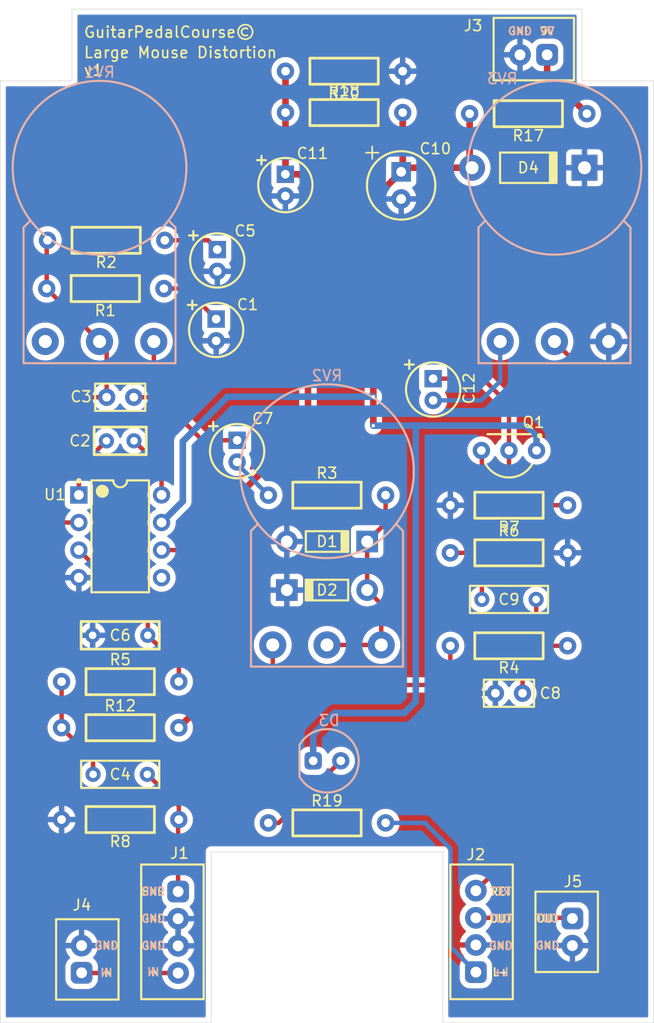
<source format=kicad_pcb>
(kicad_pcb (version 20241229) (generator "pcbnew") (generator_version "9.0")
  (layers (0 "F.Cu" signal) (2 "B.Cu" signal) (13 "F.Paste" user) (15 "B.Paste" user) (5 "F.SilkS" user "F.Silkscreen") (7 "B.SilkS" user "B.Silkscreen") (1 "F.Mask" user) (3 "B.Mask" user) (25 "Edge.Cuts" user))
  (net 0 "")
  (net 1 "Net-(C1-Pad1)")
  (net 2 "Net-(D1-A)")
  (net 3 "/SEND")
  (net 4 "Net-(C4-Pad2)")
  (net 5 "Net-(C5-Pad1)")
  (net 6 "Net-(C7-Pad2)")
  (net 7 "GND")
  (net 8 "/RETURN")
  (net 9 "+VA")
  (net 10 "VREF")
  (net 11 "Net-(D3-K)")
  (net 12 "/IN")
  (net 13 "/LED+")
  (net 14 "/OUT")
  (net 15 "Net-(J3-Pad1)")
  (net 17 "Net-(U1-COMP2)")
  (net 18 "Net-(U1-COMP1)")
  (net 19 "Net-(U1--)")
  (net 20 "Net-(C3-Pad2)")
  (net 21 "Net-(U1-+)")
  (net 22 "Net-(C8-Pad1)")
  (net 23 "Net-(Q1-G)")
  (net 24 "Net-(Q1-S)")
  (net 25 "Net-(C12-Pad2)")
  (net 26 "Net-(R4-Pad2)")
  (footprint "Wampler:RESISTOR_1_4W" (layer "F.Cu") (at 48.768 -109.1184 180)
    (property "Reference" "R17" (at 0 -2.027 180) (layer "F.SilkS"))
    (property "Value" "10R")
    (fp_line (start 3.15 1.2) (end 3.15 -1.2) (stroke (width 0.254)) (layer "F.SilkS"))
    (fp_line (start -3.15 1.2) (end 3.15 1.2) (stroke (width 0.254)) (layer "F.SilkS"))
    (fp_line (start -3.15 1.2) (end -3.15 -1.2) (stroke (width 0.254)) (layer "F.SilkS"))
    (fp_line (start -3.15 -1.2) (end 3.15 -1.2) (stroke (width 0.254)) (layer "F.SilkS"))
    (pad "1" thru_hole circle (at -5.4 0 180) (size 1.6 1.6) (drill 0.8) (layers "*.Cu" "*.Mask") (net 15 "Net-(J3-Pad1)"))
    (pad "2" thru_hole circle (at 5.4 0 180) (size 1.6 1.6) (drill 0.8) (layers "*.Cu" "*.Mask") (net 9 "+VA"))
  )
  (footprint "Wampler:RESISTOR_1_4W" (layer "F.Cu") (at 46.99 -68.6816)
    (property "Reference" "R6" (at 0 -2.027 0) (layer "F.SilkS"))
    (property "Value" "1M")
    (fp_line (start -3.15 -1.2) (end 3.15 -1.2) (stroke (width 0.254)) (layer "F.SilkS"))
    (fp_line (start -3.15 1.2) (end -3.15 -1.2) (stroke (width 0.254)) (layer "F.SilkS"))
    (fp_line (start -3.15 1.2) (end 3.15 1.2) (stroke (width 0.254)) (layer "F.SilkS"))
    (fp_line (start 3.15 1.2) (end 3.15 -1.2) (stroke (width 0.254)) (layer "F.SilkS"))
    (pad "1" thru_hole circle (at -5.4 0) (size 1.6 1.6) (drill 0.8) (layers "*.Cu" "*.Mask") (net 23 "Net-(Q1-G)"))
    (pad "2" thru_hole circle (at 5.4 0) (size 1.6 1.6) (drill 0.8) (layers "*.Cu" "*.Mask") (net 7 "GND"))
  )
  (footprint "Wampler:DIODE_1N4148" (layer "F.Cu") (at 30.226 -65.2526 180)
    (property "Reference" "D2" (at 0 0 0) (layer "F.SilkS"))
    (property "Value" "1N4148")
    (fp_line (start -1.95 0.95) (end 1.95 0.95) (stroke (width 0.2)) (layer "F.SilkS"))
    (fp_line (start -1.95 0.95) (end -1.95 -0.95) (stroke (width 0.2)) (layer "F.SilkS"))
    (fp_line (start -1.95 -0.95) (end 1.95 -0.95) (stroke (width 0.2)) (layer "F.SilkS"))
    (fp_rect (start 1.25 0.95) (end 2.05 -0.95) (fill yes) (layer "F.SilkS"))
    (pad "1" thru_hole circle (at -3.7 0 180) (size 2 2) (drill 1.1) (layers "*.Cu" "*.Mask") (net 2 "Net-(D1-A)"))
    (pad "2" thru_hole rect (at 3.7 0 180) (size 2 2) (drill 1.1) (layers "*.Cu" "*.Mask") (net 7 "GND"))
  )
  (footprint "Wampler:CONNECTOR_4" (layer "F.Cu") (at 16.51 -33.782 -90)
    (property "Reference" "J1" (at -7.239 -0.127 180) (layer "F.SilkS"))
    (property "Value" "~")
    (fp_line (start -6.2 3.4) (end 6.2 3.4) (stroke (width 0.2)) (layer "F.SilkS"))
    (fp_line (start -6.2 3.4) (end -6.2 -2.3) (stroke (width 0.2)) (layer "F.SilkS"))
    (fp_line (start 6.2 3.4) (end 6.2 -2.35) (stroke (width 0.2)) (layer "F.SilkS"))
    (fp_line (start -6.2 -2.35) (end 6.2 -2.35) (stroke (width 0.2)) (layer "F.SilkS"))
    (pad "1" thru_hole roundrect (at -3.71 0 270) (size 2 2) (drill 1) (layers "*.Cu" "*.Mask") (net 3 "/SEND"))
    (pad "2" thru_hole circle (at -1.21 0 270) (size 2 2) (drill 1) (layers "*.Cu" "*.Mask") (net 7 "GND"))
    (pad "3" thru_hole circle (at 1.29 0 270) (size 2 2) (drill 1) (layers "*.Cu" "*.Mask") (net 7 "GND"))
    (pad "4" thru_hole circle (at 3.79 0 270) (size 2 2) (drill 1) (layers "*.Cu" "*.Mask") (net 12 "/IN"))
  )
  (footprint "Wampler:RESISTOR_1_4W" (layer "F.Cu") (at 31.8008 -109.22)
    (property "Reference" "R18" (at 0 -2.027 0) (layer "F.SilkS"))
    (property "Value" "100k")
    (fp_line (start -3.15 -1.2) (end 3.15 -1.2) (stroke (width 0.254)) (layer "F.SilkS"))
    (fp_line (start -3.15 1.2) (end -3.15 -1.2) (stroke (width 0.254)) (layer "F.SilkS"))
    (fp_line (start -3.15 1.2) (end 3.15 1.2) (stroke (width 0.254)) (layer "F.SilkS"))
    (fp_line (start 3.15 1.2) (end 3.15 -1.2) (stroke (width 0.254)) (layer "F.SilkS"))
    (pad "1" thru_hole circle (at -5.4 0) (size 1.6 1.6) (drill 0.8) (layers "*.Cu" "*.Mask") (net 10 "VREF"))
    (pad "2" thru_hole circle (at 5.4 0) (size 1.6 1.6) (drill 0.8) (layers "*.Cu" "*.Mask") (net 9 "+VA"))
  )
  (footprint "Wampler:RESISTOR_1_4W" (layer "F.Cu") (at 30.226 -43.815)
    (property "Reference" "R19" (at 0 -2.027 0) (layer "F.SilkS"))
    (property "Value" "1k")
    (fp_line (start -3.15 -1.2) (end 3.15 -1.2) (stroke (width 0.254)) (layer "F.SilkS"))
    (fp_line (start -3.15 1.2) (end -3.15 -1.2) (stroke (width 0.254)) (layer "F.SilkS"))
    (fp_line (start -3.15 1.2) (end 3.15 1.2) (stroke (width 0.254)) (layer "F.SilkS"))
    (fp_line (start 3.15 1.2) (end 3.15 -1.2) (stroke (width 0.254)) (layer "F.SilkS"))
    (pad "1" thru_hole circle (at -5.4 0) (size 1.6 1.6) (drill 0.8) (layers "*.Cu" "*.Mask") (net 11 "Net-(D3-K)"))
    (pad "2" thru_hole circle (at 5.4 0) (size 1.6 1.6) (drill 0.8) (layers "*.Cu" "*.Mask") (net 13 "/LED+"))
  )
  (footprint "Wampler:OP_AMP" (layer "F.Cu") (at 11.176 -70.2014)
    (property "Reference" "U1" (at -6.0198 -3.8396 0) (layer "F.SilkS"))
    (property "Value" "LM308")
    (fp_line (start -2.65 -5.15) (end -0.635 -5.15) (stroke (width 0.2)) (layer "F.SilkS"))
    (fp_line (start -2.65 5.15) (end -2.65 -5.15) (stroke (width 0.2)) (layer "F.SilkS"))
    (fp_line (start -2.65 5.15) (end 2.65 5.15) (stroke (width 0.2)) (layer "F.SilkS"))
    (fp_line (start 0.635 -5.15) (end 2.65 -5.15) (stroke (width 0.2)) (layer "F.SilkS"))
    (fp_line (start 2.65 5.15) (end 2.65 -5.15) (stroke (width 0.2)) (layer "F.SilkS"))
    (fp_arc (start 0.635 -5.15) (mid 0 -4.515) (end -0.635 -5.15) (stroke (width 0.2)) (layer "F.SilkS"))
    (fp_circle (center -3.81 -5.11) (end -3.81 -5.235) (stroke (width 0.25)) (fill no) (layer "F.SilkS"))
    (fp_circle (center -1.65 -4.15) (end -1.65 -4.45) (stroke (width 0.6)) (fill no) (layer "F.SilkS"))
    (pad "1" thru_hole rect (at -3.81 -3.81) (size 1.6 1.6) (drill 0.9) (layers "*.Cu" "*.Mask") (net 18 "Net-(U1-COMP1)"))
    (pad "2" thru_hole circle (at -3.81 -1.27) (size 1.6 1.6) (drill 0.9) (layers "*.Cu" "*.Mask") (net 19 "Net-(U1--)"))
    (pad "3" thru_hole circle (at -3.81 1.27) (size 1.6 1.6) (drill 0.9) (layers "*.Cu" "*.Mask") (net 21 "Net-(U1-+)"))
    (pad "4" thru_hole circle (at -3.81 3.81) (size 1.6 1.6) (drill 0.9) (layers "*.Cu" "*.Mask") (net 7 "GND"))
    (pad "5" thru_hole circle (at 3.81 3.81) (size 1.6 1.6) (drill 0.9) (layers "*.Cu" "*.Mask"))
    (pad "6" thru_hole circle (at 3.81 1.27) (size 1.6 1.6) (drill 0.9) (layers "*.Cu" "*.Mask") (net 20 "Net-(C3-Pad2)"))
    (pad "7" thru_hole circle (at 3.81 -1.27) (size 1.6 1.6) (drill 0.9) (layers "*.Cu" "*.Mask") (net 9 "+VA"))
    (pad "8" thru_hole circle (at 3.81 -3.81) (size 1.6 1.6) (drill 0.9) (layers "*.Cu" "*.Mask") (net 17 "Net-(U1-COMP2)"))
  )
  (footprint "Wampler:CAP_ELEC_4.7UF" (layer "F.Cu") (at 20.0152 -89.2048 -90)
    (property "Reference" "C1" (at -2.3368 -2.8956 0) (layer "F.SilkS"))
    (property "Value" "4.7u 35V")
    (fp_line (start -2.3 2.6) (end -2.3 1.8) (stroke (width 0.2)) (layer "F.SilkS"))
    (fp_line (start -2.7 2.2) (end -1.9 2.2) (stroke (width 0.2)) (layer "F.SilkS"))
    (fp_circle (center 0 0) (end 0 -2.5) (stroke (width 0.2)) (fill no) (layer "F.SilkS"))
    (pad "1" thru_hole rect (at -1 0 270) (size 1.6 1.6) (drill 0.8) (layers "*.Cu" "*.Mask") (net 1 "Net-(C1-Pad1)"))
    (pad "2" thru_hole circle (at 1 0 270) (size 1.6 1.6) (drill 0.8) (layers "*.Cu" "*.Mask") (net 7 "GND"))
  )
  (footprint "Wampler:CAP_ELEC_100UF" (layer "F.Cu") (at 37.0586 -102.5144 -90)
    (property "Reference" "C10" (at -3.3782 -3.15 180) (layer "F.SilkS"))
    (property "Value" "100u 35V")
    (fp_circle (center 0 0) (end 0 -3.15) (stroke (width 0.2)) (fill no) (layer "F.SilkS"))
    (fp_text user "+" (at -4.0386 3.429 270) (layer "F.SilkS") (effects (font (size 1.5 1.5)) (justify left bottom)))
    (pad "1" thru_hole rect (at -1.25 0 270) (size 1.8 1.8) (drill 0.9) (layers "*.Cu" "*.Mask") (net 9 "+VA"))
    (pad "2" thru_hole circle (at 1.25 0 270) (size 1.8 1.8) (drill 0.9) (layers "*.Cu" "*.Mask") (net 7 "GND"))
  )
  (footprint "Wampler:RESISTOR_1_4W" (layer "F.Cu") (at 31.8008 -113.03 180)
    (property "Reference" "R20" (at 0 -2.027 180) (layer "F.SilkS"))
    (property "Value" "100k")
    (fp_line (start 3.15 1.2) (end 3.15 -1.2) (stroke (width 0.254)) (layer "F.SilkS"))
    (fp_line (start -3.15 1.2) (end 3.15 1.2) (stroke (width 0.254)) (layer "F.SilkS"))
    (fp_line (start -3.15 1.2) (end -3.15 -1.2) (stroke (width 0.254)) (layer "F.SilkS"))
    (fp_line (start -3.15 -1.2) (end 3.15 -1.2) (stroke (width 0.254)) (layer "F.SilkS"))
    (pad "1" thru_hole circle (at -5.4 0 180) (size 1.6 1.6) (drill 0.8) (layers "*.Cu" "*.Mask") (net 7 "GND"))
    (pad "2" thru_hole circle (at 5.4 0 180) (size 1.6 1.6) (drill 0.8) (layers "*.Cu" "*.Mask") (net 10 "VREF"))
  )
  (footprint "Wampler:CAP_ELEC_2.2UF" (layer "F.Cu") (at 20.1168 -95.6056 -90)
    (property "Reference" "C5" (at -2.7178 -2.5654 0) (layer "F.SilkS"))
    (property "Value" "2.2u 35V")
    (fp_line (start -2.3 2.6) (end -2.3 1.8) (stroke (width 0.2)) (layer "F.SilkS"))
    (fp_line (start -2.7 2.2) (end -1.9 2.2) (stroke (width 0.2)) (layer "F.SilkS"))
    (fp_circle (center 0 0) (end 0 -2.5) (stroke (width 0.2)) (fill no) (layer "F.SilkS"))
    (pad "1" thru_hole rect (at -1 0 270) (size 1.6 1.6) (drill 0.8) (layers "*.Cu" "*.Mask") (net 5 "Net-(C5-Pad1)"))
    (pad "2" thru_hole circle (at 1 0 270) (size 1.6 1.6) (drill 0.8) (layers "*.Cu" "*.Mask") (net 7 "GND"))
  )
  (footprint "Wampler:CAP_MLCC_1NF" (layer "F.Cu") (at 11.176 -61.087 -90)
    (property "Reference" "C6" (at 0 0 180) (layer "F.SilkS"))
    (property "Value" "1n")
    (fp_line (start -1.27 3.6) (end 1.27 3.6) (stroke (width 0.254)) (layer "F.SilkS"))
    (fp_line (start -1.27 3.6) (end -1.27 -3.6) (stroke (width 0.254)) (layer "F.SilkS"))
    (fp_line (start 1.27 3.6) (end 1.27 -3.6) (stroke (width 0.254)) (layer "F.SilkS"))
    (fp_line (start -1.27 -3.6) (end 1.27 -3.6) (stroke (width 0.254)) (layer "F.SilkS"))
    (pad "1" thru_hole circle (at 0 -2.54 270) (size 1.4 1.4) (drill 0.7) (layers "*.Cu" "*.Mask") (net 21 "Net-(U1-+)"))
    (pad "2" thru_hole circle (at 0 2.54 270) (size 1.4 1.4) (drill 0.7) (layers "*.Cu" "*.Mask") (net 7 "GND"))
  )
  (footprint "Wampler:DIODE_1N4148" (layer "F.Cu") (at 30.226 -69.723)
    (property "Reference" "D1" (at 0 0 0) (layer "F.SilkS"))
    (property "Value" "1N4148")
    (fp_line (start -1.95 -0.95) (end 1.95 -0.95) (stroke (width 0.2)) (layer "F.SilkS"))
    (fp_line (start -1.95 0.95) (end -1.95 -0.95) (stroke (width 0.2)) (layer "F.SilkS"))
    (fp_line (start -1.95 0.95) (end 1.95 0.95) (stroke (width 0.2)) (layer "F.SilkS"))
    (fp_rect (start 1.25 0.95) (end 2.05 -0.95) (fill yes) (layer "F.SilkS"))
    (pad "1" thru_hole circle (at -3.7 0) (size 2 2) (drill 1.1) (layers "*.Cu" "*.Mask") (net 7 "GND"))
    (pad "2" thru_hole rect (at 3.7 0) (size 2 2) (drill 1.1) (layers "*.Cu" "*.Mask") (net 2 "Net-(D1-A)"))
  )
  (footprint "Wampler:RESISTOR_1_4W" (layer "F.Cu") (at 9.8044 -93.0148 180)
    (property "Reference" "R1" (at 0 -2.027 180) (layer "F.SilkS"))
    (property "Value" "560R")
    (fp_line (start 3.15 1.2) (end 3.15 -1.2) (stroke (width 0.254)) (layer "F.SilkS"))
    (fp_line (start -3.15 1.2) (end 3.15 1.2) (stroke (width 0.254)) (layer "F.SilkS"))
    (fp_line (start -3.15 1.2) (end -3.15 -1.2) (stroke (width 0.254)) (layer "F.SilkS"))
    (fp_line (start -3.15 -1.2) (end 3.15 -1.2) (stroke (width 0.254)) (layer "F.SilkS"))
    (pad "1" thru_hole circle (at -5.4 0 180) (size 1.6 1.6) (drill 0.8) (layers "*.Cu" "*.Mask") (net 1 "Net-(C1-Pad1)"))
    (pad "2" thru_hole circle (at 5.4 0 180) (size 1.6 1.6) (drill 0.8) (layers "*.Cu" "*.Mask") (net 19 "Net-(U1--)"))
  )
  (footprint "Wampler:RESISTOR_1_4W" (layer "F.Cu") (at 46.99 -73.06499 180)
    (property "Reference" "R7" (at 0 -2.027 180) (layer "F.SilkS"))
    (property "Value" "10k")
    (fp_line (start 3.15 1.2) (end 3.15 -1.2) (stroke (width 0.254)) (layer "F.SilkS"))
    (fp_line (start -3.15 1.2) (end 3.15 1.2) (stroke (width 0.254)) (layer "F.SilkS"))
    (fp_line (start -3.15 1.2) (end -3.15 -1.2) (stroke (width 0.254)) (layer "F.SilkS"))
    (fp_line (start -3.15 -1.2) (end 3.15 -1.2) (stroke (width 0.254)) (layer "F.SilkS"))
    (pad "1" thru_hole circle (at -5.4 0 180) (size 1.6 1.6) (drill 0.8) (layers "*.Cu" "*.Mask") (net 24 "Net-(Q1-S)"))
    (pad "2" thru_hole circle (at 5.4 0 180) (size 1.6 1.6) (drill 0.8) (layers "*.Cu" "*.Mask") (net 7 "GND"))
  )
  (footprint "Wampler:RESISTOR_1_4W" (layer "F.Cu") (at 9.8806 -97.4598 180)
    (property "Reference" "R2" (at 0 -2.027 180) (layer "F.SilkS"))
    (property "Value" "47R")
    (fp_line (start 3.15 1.2) (end 3.15 -1.2) (stroke (width 0.254)) (layer "F.SilkS"))
    (fp_line (start -3.15 1.2) (end 3.15 1.2) (stroke (width 0.254)) (layer "F.SilkS"))
    (fp_line (start -3.15 1.2) (end -3.15 -1.2) (stroke (width 0.254)) (layer "F.SilkS"))
    (fp_line (start -3.15 -1.2) (end 3.15 -1.2) (stroke (width 0.254)) (layer "F.SilkS"))
    (pad "1" thru_hole circle (at -5.4 0 180) (size 1.6 1.6) (drill 0.8) (layers "*.Cu" "*.Mask") (net 5 "Net-(C5-Pad1)"))
    (pad "2" thru_hole circle (at 5.4 0 180) (size 1.6 1.6) (drill 0.8) (layers "*.Cu" "*.Mask") (net 19 "Net-(U1--)"))
  )
  (footprint "Wampler:CAP_FILM_22NF" (layer "F.Cu") (at 11.176 -48.2854 -90)
    (property "Reference" "C4" (at 0 0 180) (layer "F.SilkS"))
    (property "Value" "22n")
    (fp_line (start -1.25 3.6) (end 1.25 3.6) (stroke (width 0.2)) (layer "F.SilkS"))
    (fp_line (start -1.25 3.6) (end -1.25 -3.6) (stroke (width 0.2)) (layer "F.SilkS"))
    (fp_line (start 1.25 3.6) (end 1.25 -3.6) (stroke (width 0.2)) (layer "F.SilkS"))
    (fp_line (start -1.25 -3.6) (end 1.25 -3.6) (stroke (width 0.2)) (layer "F.SilkS"))
    (pad "1" thru_hole circle (at 0 -2.5 270) (size 1.4 1.4) (drill 0.7) (layers "*.Cu" "*.Mask") (net 3 "/SEND"))
    (pad "2" thru_hole circle (at 0 2.5 270) (size 1.4 1.4) (drill 0.7) (layers "*.Cu" "*.Mask") (net 4 "Net-(C4-Pad2)"))
  )
  (footprint "Wampler:RESISTOR_1_4W" (layer "F.Cu") (at 11.176 -44.1198 180)
    (property "Reference" "R8" (at 0 -2.027 180) (layer "F.SilkS"))
    (property "Value" "1M")
    (fp_line (start 3.15 1.2) (end 3.15 -1.2) (stroke (width 0.254)) (layer "F.SilkS"))
    (fp_line (start -3.15 1.2) (end 3.15 1.2) (stroke (width 0.254)) (layer "F.SilkS"))
    (fp_line (start -3.15 1.2) (end -3.15 -1.2) (stroke (width 0.254)) (layer "F.SilkS"))
    (fp_line (start -3.15 -1.2) (end 3.15 -1.2) (stroke (width 0.254)) (layer "F.SilkS"))
    (pad "1" thru_hole circle (at -5.4 0 180) (size 1.6 1.6) (drill 0.8) (layers "*.Cu" "*.Mask") (net 3 "/SEND"))
    (pad "2" thru_hole circle (at 5.4 0 180) (size 1.6 1.6) (drill 0.8) (layers "*.Cu" "*.Mask") (net 7 "GND"))
  )
  (footprint "Wampler:RESISTOR_1_4W" (layer "F.Cu") (at 11.176 -52.578)
    (property "Reference" "R12" (at 0 -2.027 0) (layer "F.SilkS"))
    (property "Value" "1M")
    (fp_line (start -3.15 -1.2) (end 3.15 -1.2) (stroke (width 0.254)) (layer "F.SilkS"))
    (fp_line (start -3.15 1.2) (end -3.15 -1.2) (stroke (width 0.254)) (layer "F.SilkS"))
    (fp_line (start -3.15 1.2) (end 3.15 1.2) (stroke (width 0.254)) (layer "F.SilkS"))
    (fp_line (start 3.15 1.2) (end 3.15 -1.2) (stroke (width 0.254)) (layer "F.SilkS"))
    (pad "1" thru_hole circle (at -5.4 0) (size 1.6 1.6) (drill 0.8) (layers "*.Cu" "*.Mask") (net 4 "Net-(C4-Pad2)"))
    (pad "2" thru_hole circle (at 5.4 0) (size 1.6 1.6) (drill 0.8) (layers "*.Cu" "*.Mask") (net 10 "VREF"))
  )
  (footprint "Wampler:CAP_MLCC_3.3NF" (layer "F.Cu") (at 46.99 -55.753 -90)
    (property "Reference" "C8" (at 0.000005 -3.81 180) (layer "F.SilkS"))
    (property "Value" "3.3n")
    (fp_line (start -1.25 2.31) (end 1.25001 2.31) (stroke (width 0.2)) (layer "F.SilkS"))
    (fp_line (start -1.25 2.31) (end -1.25 -2.31) (stroke (width 0.2)) (layer "F.SilkS"))
    (fp_line (start 1.25 2.31) (end 1.25 -2.31) (stroke (width 0.2)) (layer "F.SilkS"))
    (fp_line (start -1.25 -2.31) (end 1.25 -2.31) (stroke (width 0.2)) (layer "F.SilkS"))
    (pad "1" thru_hole circle (at 0 -1.25 270) (size 1.6 1.6) (drill 0.8) (layers "*.Cu" "*.Mask") (net 22 "Net-(C8-Pad1)"))
    (pad "2" thru_hole circle (at 0 1.25 270) (size 1.6 1.6) (drill 0.8) (layers "*.Cu" "*.Mask") (net 7 "GND"))
  )
  (footprint "Wampler:RESISTOR_1_4W" (layer "F.Cu") (at 30.226 -73.9902)
    (property "Reference" "R3" (at 0 -2.027 0) (layer "F.SilkS"))
    (property "Value" "1k")
    (fp_line (start -3.15 -1.2) (end 3.15 -1.2) (stroke (width 0.254)) (layer "F.SilkS"))
    (fp_line (start -3.15 1.2) (end -3.15 -1.2) (stroke (width 0.254)) (layer "F.SilkS"))
    (fp_line (start -3.15 1.2) (end 3.15 1.2) (stroke (width 0.254)) (layer "F.SilkS"))
    (fp_line (start 3.15 1.2) (end 3.15 -1.2) (stroke (width 0.254)) (layer "F.SilkS"))
    (pad "1" thru_hole circle (at -5.4 0) (size 1.6 1.6) (drill 0.8) (layers "*.Cu" "*.Mask") (net 6 "Net-(C7-Pad2)"))
    (pad "2" thru_hole circle (at 5.4 0) (size 1.6 1.6) (drill 0.8) (layers "*.Cu" "*.Mask") (net 2 "Net-(D1-A)"))
  )
  (footprint "Wampler:CONNECTOR_4" (layer "F.Cu") (at 43.942 -33.782 90)
    (property "Reference" "J2" (at 7.112 0 180) (layer "F.SilkS"))
    (property "Value" "~")
    (fp_line (start -6.2 -2.35) (end 6.2 -2.35) (stroke (width 0.2)) (layer "F.SilkS"))
    (fp_line (start 6.2 3.4) (end 6.2 -2.35) (stroke (width 0.2)) (layer "F.SilkS"))
    (fp_line (start -6.2 3.4) (end -6.2 -2.3) (stroke (width 0.2)) (layer "F.SilkS"))
    (fp_line (start -6.2 3.4) (end 6.2 3.4) (stroke (width 0.2)) (layer "F.SilkS"))
    (pad "1" thru_hole roundrect (at -3.71 0 90) (size 2 2) (drill 1) (layers "*.Cu" "*.Mask") (net 13 "/LED+"))
    (pad "2" thru_hole circle (at -1.21 0 90) (size 2 2) (drill 1) (layers "*.Cu" "*.Mask") (net 7 "GND"))
    (pad "3" thru_hole circle (at 1.29 0 90) (size 2 2) (drill 1) (layers "*.Cu" "*.Mask") (net 14 "/OUT"))
    (pad "4" thru_hole circle (at 3.79 0 90) (size 2 2) (drill 1) (layers "*.Cu" "*.Mask") (net 8 "/RETURN"))
  )
  (footprint "Wampler:CONNECTOR_2" (layer "F.Cu") (at 52.832 -33.782 -90)
    (property "Reference" "J5" (at -4.6228 -0.0508 180) (layer "F.SilkS"))
    (property "Value" "~")
    (fp_line (start -3.7 3.4) (end 3.7 3.4) (stroke (width 0.2)) (layer "F.SilkS"))
    (fp_line (start -3.7 3.4) (end -3.7 -2.35) (stroke (width 0.2)) (layer "F.SilkS"))
    (fp_line (start 3.7 3.4) (end 3.7 -2.35) (stroke (width 0.2)) (layer "F.SilkS"))
    (fp_line (start -3.7 -2.35) (end 3.7 -2.35) (stroke (width 0.2)) (layer "F.SilkS"))
    (pad "1" thru_hole roundrect (at -1.23 0 270) (size 2 2) (drill 1) (layers "*.Cu" "*.Mask") (net 14 "/OUT"))
    (pad "2" thru_hole circle (at 1.27 0 270) (size 2 2) (drill 1) (layers "*.Cu" "*.Mask") (net 7 "GND"))
  )
  (footprint "Wampler:RESISTOR_1_4W" (layer "F.Cu") (at 46.99 -60.1218 180)
    (property "Reference" "R4" (at 0 -2.027 180) (layer "F.SilkS"))
    (property "Value" "1.5k")
    (fp_line (start 3.15 1.2) (end 3.15 -1.2) (stroke (width 0.254)) (layer "F.SilkS"))
    (fp_line (start -3.15 1.2) (end 3.15 1.2) (stroke (width 0.254)) (layer "F.SilkS"))
    (fp_line (start -3.15 1.2) (end -3.15 -1.2) (stroke (width 0.254)) (layer "F.SilkS"))
    (fp_line (start -3.15 -1.2) (end 3.15 -1.2) (stroke (width 0.254)) (layer "F.SilkS"))
    (pad "1" thru_hole circle (at -5.4 0 180) (size 1.6 1.6) (drill 0.8) (layers "*.Cu" "*.Mask") (net 22 "Net-(C8-Pad1)"))
    (pad "2" thru_hole circle (at 5.4 0 180) (size 1.6 1.6) (drill 0.8) (layers "*.Cu" "*.Mask") (net 26 "Net-(R4-Pad2)"))
  )
  (footprint "Wampler:DIODE_1N4001" (layer "F.Cu") (at 48.768 -104.14)
    (property "Reference" "D4" (at 0 0 0) (layer "F.SilkS"))
    (property "Value" "1N4001")
    (fp_line (start -2.6 -1.4) (end 2.6 -1.4) (stroke (width 0.2)) (layer "F.SilkS"))
    (fp_line (start -2.6 1.4) (end -2.6 -1.4) (stroke (width 0.2)) (layer "F.SilkS"))
    (fp_line (start -2.6 1.4) (end 2.6 1.4) (stroke (width 0.2)) (layer "F.SilkS"))
    (fp_rect (start 1.9 1.4) (end 2.7 -1.4) (fill yes) (layer "F.SilkS"))
    (pad "1" thru_hole circle (at -5.18 0) (size 2.4 2.4) (drill 1.2) (layers "*.Cu" "*.Mask") (net 9 "+VA"))
    (pad "2" thru_hole rect (at 5.18 0) (size 2.4 2.4) (drill 1.2) (layers "*.Cu" "*.Mask") (net 7 "GND"))
  )
  (footprint "Wampler:CAP_ELEC_4.7UF" (layer "F.Cu") (at 21.9456 -78.0448 -90)
    (property "Reference" "C7" (at -2.9972 -2.3622 180) (layer "F.SilkS"))
    (property "Value" "4.7u 35V")
    (fp_line (start -2.3 2.6) (end -2.3 1.8) (stroke (width 0.2)) (layer "F.SilkS"))
    (fp_line (start -2.7 2.2) (end -1.9 2.2) (stroke (width 0.2)) (layer "F.SilkS"))
    (fp_circle (center 0 0) (end 0 -2.5) (stroke (width 0.2)) (fill no) (layer "F.SilkS"))
    (pad "1" thru_hole rect (at -1 0 270) (size 1.6 1.6) (drill 0.8) (layers "*.Cu" "*.Mask") (net 20 "Net-(C3-Pad2)"))
    (pad "2" thru_hole circle (at 1 0 270) (size 1.6 1.6) (drill 0.8) (layers "*.Cu" "*.Mask") (net 6 "Net-(C7-Pad2)"))
  )
  (footprint "Wampler:CAP_ELEC_1UF" (layer "F.Cu") (at 40.005 -83.7184 -90)
    (property "Reference" "C12" (at -0.1 -3.3 90) (layer "F.SilkS"))
    (property "Value" "1u 35V")
    (fp_line (start -2.3 2.6) (end -2.3 1.8) (stroke (width 0.2)) (layer "F.SilkS"))
    (fp_line (start -2.7 2.2) (end -1.9 2.2) (stroke (width 0.2)) (layer "F.SilkS"))
    (fp_circle (center 0 0) (end 0 -2.5) (stroke (width 0.2)) (fill no) (layer "F.SilkS"))
    (pad "1" thru_hole rect (at -1 0 270) (size 1.6 1.6) (drill 0.8) (layers "*.Cu" "*.Mask") (net 24 "Net-(Q1-S)"))
    (pad "2" thru_hole circle (at 1 0 270) (size 1.6 1.6) (drill 0.8) (layers "*.Cu" "*.Mask") (net 25 "Net-(C12-Pad2)"))
  )
  (footprint "Wampler:CAP_FILM_22NF" (layer "F.Cu") (at 46.99 -64.389 -90)
    (property "Reference" "C9" (at 0 0 180) (layer "F.SilkS"))
    (property "Value" "22n")
    (fp_line (start -1.25 3.6) (end 1.25 3.6) (stroke (width 0.2)) (layer "F.SilkS"))
    (fp_line (start -1.25 3.6) (end -1.25 -3.6) (stroke (width 0.2)) (layer "F.SilkS"))
    (fp_line (start 1.25 3.6) (end 1.25 -3.6) (stroke (width 0.2)) (layer "F.SilkS"))
    (fp_line (start -1.25 -3.6) (end 1.25 -3.6) (stroke (width 0.2)) (layer "F.SilkS"))
    (pad "1" thru_hole circle (at 0 -2.5 270) (size 1.4 1.4) (drill 0.7) (layers "*.Cu" "*.Mask") (net 22 "Net-(C8-Pad1)"))
    (pad "2" thru_hole circle (at 0 2.5 270) (size 1.4 1.4) (drill 0.7) (layers "*.Cu" "*.Mask") (net 23 "Net-(Q1-G)"))
  )
  (footprint "Wampler:BJT_2N5458" (layer "F.Cu") (at 46.99 -78.105 180)
    (property "Reference" "Q1" (at -2.2606 2.5908 0) (layer "F.SilkS"))
    (property "Value" "2N5458")
    (fp_line (start -1.97998 1.5) (end 1.97998 1.5) (stroke (width 0.2)) (layer "F.SilkS"))
    (fp_arc (start -2.151224 -1.24201) (mid 0 -2.48402) (end 2.151224 -1.24201) (stroke (width 0.2)) (layer "F.SilkS"))
    (fp_circle (center -2.83 1.35) (end -2.83 1.225) (stroke (width 0.25)) (fill no) (layer "F.SilkS"))
    (pad "1" thru_hole circle (at -2.54 0 180) (size 1.6 1.6) (drill 0.8) (layers "*.Cu" "*.Mask") (net 9 "+VA"))
    (pad "2" thru_hole circle (at 0 0 180) (size 1.6 1.6) (drill 0.8) (layers "*.Cu" "*.Mask") (net 24 "Net-(Q1-S)"))
    (pad "3" thru_hole circle (at 2.54 0 180) (size 1.6 1.6) (drill 0.8) (layers "*.Cu" "*.Mask") (net 23 "Net-(Q1-G)"))
  )
  (footprint "Wampler:CAP_ELEC_1UF" (layer "F.Cu") (at 26.3898 -102.5414 -90)
    (property "Reference" "C11" (at -2.921 -2.5 180) (layer "F.SilkS"))
    (property "Value" "1u 35V")
    (fp_line (start -2.3 2.6) (end -2.3 1.8) (stroke (width 0.2)) (layer "F.SilkS"))
    (fp_line (start -2.7 2.2) (end -1.9 2.2) (stroke (width 0.2)) (layer "F.SilkS"))
    (fp_circle (center 0 0) (end 0 -2.5) (stroke (width 0.2)) (fill no) (layer "F.SilkS"))
    (pad "1" thru_hole rect (at -1 0 270) (size 1.6 1.6) (drill 0.8) (layers "*.Cu" "*.Mask") (net 10 "VREF"))
    (pad "2" thru_hole circle (at 1 0 270) (size 1.6 1.6) (drill 0.8) (layers "*.Cu" "*.Mask") (net 7 "GND"))
  )
  (footprint "Wampler:RESISTOR_1_4W" (layer "F.Cu") (at 11.176 -56.8198)
    (property "Reference" "R5" (at 0 -2.027 0) (layer "F.SilkS"))
    (property "Value" "1k")
    (fp_line (start -3.15 -1.2) (end 3.15 -1.2) (stroke (width 0.254)) (layer "F.SilkS"))
    (fp_line (start -3.15 1.2) (end -3.15 -1.2) (stroke (width 0.254)) (layer "F.SilkS"))
    (fp_line (start -3.15 1.2) (end 3.15 1.2) (stroke (width 0.254)) (layer "F.SilkS"))
    (fp_line (start 3.15 1.2) (end 3.15 -1.2) (stroke (width 0.254)) (layer "F.SilkS"))
    (pad "1" thru_hole circle (at -5.4 0) (size 1.6 1.6) (drill 0.8) (layers "*.Cu" "*.Mask") (net 4 "Net-(C4-Pad2)"))
    (pad "2" thru_hole circle (at 5.4 0) (size 1.6 1.6) (drill 0.8) (layers "*.Cu" "*.Mask") (net 21 "Net-(U1-+)"))
  )
  (footprint "Wampler:CAP_MLCC_30PF" (layer "F.Cu") (at 11.176 -78.994 90)
    (property "Reference" "C2" (at 0 -3.7084 180) (layer "F.SilkS"))
    (property "Value" "30p")
    (fp_line (start -1.27 -2.4) (end 1.27 -2.4) (stroke (width 0.254)) (layer "F.SilkS"))
    (fp_line (start 1.27 2.4) (end 1.27 -2.4) (stroke (width 0.254)) (layer "F.SilkS"))
    (fp_line (start -1.27 2.4) (end -1.27 -2.4) (stroke (width 0.254)) (layer "F.SilkS"))
    (fp_line (start -1.27 2.4) (end 1.27 2.4) (stroke (width 0.254)) (layer "F.SilkS"))
    (pad "1" thru_hole circle (at 0 -1.27 90) (size 1.4 1.4) (drill 0.7) (layers "*.Cu" "*.Mask") (net 18 "Net-(U1-COMP1)"))
    (pad "2" thru_hole circle (at 0 1.27 90) (size 1.4 1.4) (drill 0.7) (layers "*.Cu" "*.Mask") (net 17 "Net-(U1-COMP2)"))
  )
  (footprint "Wampler:CONNECTOR_2" (layer "F.Cu") (at 49.276 -114.537 180)
    (property "Reference" "J3" (at 5.588 2.684 0) (layer "F.SilkS"))
    (property "Value" "~")
    (fp_line (start 3.7 3.4) (end 3.7 -2.35) (stroke (width 0.2)) (layer "F.SilkS"))
    (fp_line (start -3.7 3.4) (end 3.7 3.4) (stroke (width 0.2)) (layer "F.SilkS"))
    (fp_line (start -3.7 3.4) (end -3.7 -2.35) (stroke (width 0.2)) (layer "F.SilkS"))
    (fp_line (start -3.7 -2.35) (end 3.7 -2.35) (stroke (width 0.2)) (layer "F.SilkS"))
    (pad "1" thru_hole roundrect (at -1.23 0 180) (size 2 2) (drill 1) (layers "*.Cu" "*.Mask") (net 15 "Net-(J3-Pad1)"))
    (pad "2" thru_hole circle (at 1.27 0 180) (size 2 2) (drill 1) (layers "*.Cu" "*.Mask") (net 7 "GND"))
  )
  (footprint "Wampler:CONNECTOR_2" (layer "F.Cu") (at 7.62 -31.242 90)
    (property "Reference" "J4" (at 5.0038 0.0254 180) (layer "F.SilkS"))
    (property "Value" "~")
    (fp_line (start -3.7 -2.35) (end 3.7 -2.35) (stroke (width 0.2)) (layer "F.SilkS"))
    (fp_line (start 3.7 3.4) (end 3.7 -2.35) (stroke (width 0.2)) (layer "F.SilkS"))
    (fp_line (start -3.7 3.4) (end -3.7 -2.35) (stroke (width 0.2)) (layer "F.SilkS"))
    (fp_line (start -3.7 3.4) (end 3.7 3.4) (stroke (width 0.2)) (layer "F.SilkS"))
    (pad "1" thru_hole roundrect (at -1.23 0 90) (size 2 2) (drill 1) (layers "*.Cu" "*.Mask") (net 12 "/IN"))
    (pad "2" thru_hole circle (at 1.27 0 90) (size 2 2) (drill 1) (layers "*.Cu" "*.Mask") (net 7 "GND"))
  )
  (footprint "Wampler:CAP_MLCC_100PF" (layer "F.Cu") (at 11.176 -83.0072 90)
    (property "Reference" "C3" (at 0.0508 -3.6068 180) (layer "F.SilkS"))
    (property "Value" "100p")
    (fp_line (start -1.25 -2.31) (end 1.25 -2.31) (stroke (width 0.2)) (layer "F.SilkS"))
    (fp_line (start 1.25 2.31) (end 1.25 -2.31) (stroke (width 0.2)) (layer "F.SilkS"))
    (fp_line (start -1.25 2.31) (end -1.25 -2.31) (stroke (width 0.2)) (layer "F.SilkS"))
    (fp_line (start -1.25 2.31) (end 1.25001 2.31) (stroke (width 0.2)) (layer "F.SilkS"))
    (pad "1" thru_hole circle (at 0 -1.25 90) (size 1.6 1.6) (drill 0.8) (layers "*.Cu" "*.Mask") (net 19 "Net-(U1--)"))
    (pad "2" thru_hole circle (at 0 1.25 90) (size 1.6 1.6) (drill 0.8) (layers "*.Cu" "*.Mask") (net 20 "Net-(C3-Pad2)"))
  )
  (footprint "Wampler:LED_5MM" (layer "B.Cu") (at 30.226 -49.53 180)
    (property "Reference" "D3" (at -0.195603 3.72 180) (layer "B.SilkS") (effects (justify mirror)))
    (property "Value" "LED")
    (fp_line (start 2.52879 -1.46) (end 2.52879 1.46) (stroke (width 0.2)) (layer "B.SilkS"))
    (fp_arc (start 2.528794 1.46) (mid -2.92 0) (end 2.528794 -1.46) (stroke (width 0.2)) (layer "B.SilkS"))
    (pad "1" thru_hole circle (at -1.27 0 180) (size 1.6 1.6) (drill 0.8) (layers "*.Cu" "*.Mask") (net 11 "Net-(D3-K)"))
    (pad "2" thru_hole roundrect (at 1.27 0 180) (size 1.6 1.6) (drill 0.8) (layers "*.Cu" "*.Mask") (net 9 "+VA"))
  )
  (footprint "Wampler:POT_16MM_RA" (layer "B.Cu") (at 51.181 -104.14 180)
    (property "Reference" "RV3" (at 4.8006 8.2042 0) (layer "B.SilkS") (effects (justify mirror)))
    (property "Value" "100KA")
    (fp_line (start 7 -18) (end 7 -5.5) (stroke (width 0.2)) (layer "B.SilkS"))
    (fp_line (start 6.4 -4.9) (end 7 -5.5) (stroke (width 0.2)) (layer "B.SilkS"))
    (fp_line (start -7 -5.5) (end -6.4 -4.9) (stroke (width 0.2)) (layer "B.SilkS"))
    (fp_line (start -7 -18) (end 7 -18) (stroke (width 0.2)) (layer "B.SilkS"))
    (fp_line (start -7 -18) (end -7 -5.5) (stroke (width 0.2)) (layer "B.SilkS"))
    (fp_circle (center 0 0) (end 0 8) (stroke (width 0.2)) (fill no) (layer "B.SilkS"))
    (pad "1" thru_hole circle (at -5 -16 180) (size 2.5 2.5) (drill 1.2) (layers "*.Cu" "*.Mask") (net 7 "GND"))
    (pad "2" thru_hole circle (at 0 -16 180) (size 2.5 2.5) (drill 1.2) (layers "*.Cu" "*.Mask") (net 8 "/RETURN"))
    (pad "3" thru_hole circle (at 5 -16 180) (size 2.5 2.5) (drill 1.2) (layers "*.Cu" "*.Mask") (net 25 "Net-(C12-Pad2)"))
  )
  (footprint "Wampler:POT_16MM_RA" (layer "B.Cu") (at 30.226 -76.2 180)
    (property "Reference" "RV2" (at 0 8.8 0) (layer "B.SilkS") (effects (justify mirror)))
    (property "Value" "100KA")
    (fp_line (start 7 -18) (end 7 -5.5) (stroke (width 0.2)) (layer "B.SilkS"))
    (fp_line (start 6.4 -4.9) (end 7 -5.5) (stroke (width 0.2)) (layer "B.SilkS"))
    (fp_line (start -7 -5.5) (end -6.4 -4.9) (stroke (width 0.2)) (layer "B.SilkS"))
    (fp_line (start -7 -18) (end 7 -18) (stroke (width 0.2)) (layer "B.SilkS"))
    (fp_line (start -7 -18) (end -7 -5.5) (stroke (width 0.2)) (layer "B.SilkS"))
    (fp_circle (center 0 0) (end 0 8) (stroke (width 0.2)) (fill no) (layer "B.SilkS"))
    (pad "1" thru_hole circle (at -5 -16 180) (size 2.5 2.5) (drill 1.2) (layers "*.Cu" "*.Mask") (net 2 "Net-(D1-A)"))
    (pad "2" thru_hole circle (at 0 -16 180) (size 2.5 2.5) (drill 1.2) (layers "*.Cu" "*.Mask") (net 2 "Net-(D1-A)"))
    (pad "3" thru_hole circle (at 5 -16 180) (size 2.5 2.5) (drill 1.2) (layers "*.Cu" "*.Mask") (net 26 "Net-(R4-Pad2)"))
  )
  (footprint "Wampler:POT_16MM_RA" (layer "B.Cu") (at 9.271 -104.14 180)
    (property "Reference" "RV1" (at 0 8.8 0) (layer "B.SilkS") (effects (justify mirror)))
    (property "Value" "100KA")
    (fp_line (start 7 -18) (end 7 -5.5) (stroke (width 0.2)) (layer "B.SilkS"))
    (fp_line (start 6.4 -4.9) (end 7 -5.5) (stroke (width 0.2)) (layer "B.SilkS"))
    (fp_line (start -7 -5.5) (end -6.4 -4.9) (stroke (width 0.2)) (layer "B.SilkS"))
    (fp_line (start -7 -18) (end 7 -18) (stroke (width 0.2)) (layer "B.SilkS"))
    (fp_line (start -7 -18) (end -7 -5.5) (stroke (width 0.2)) (layer "B.SilkS"))
    (fp_circle (center 0 0) (end 0 8) (stroke (width 0.2)) (fill no) (layer "B.SilkS"))
    (pad "1" thru_hole circle (at -5 -16 180) (size 2.5 2.5) (drill 1.2) (layers "*.Cu" "*.Mask") (net 20 "Net-(C3-Pad2)"))
    (pad "2" thru_hole circle (at 0 -16 180) (size 2.5 2.5) (drill 1.2) (layers "*.Cu" "*.Mask") (net 19 "Net-(U1--)"))
    (pad "3" thru_hole circle (at 5 -16 180) (size 2.5 2.5) (drill 1.2) (layers "*.Cu" "*.Mask"))
  )
  (gr_line (start 53.721 -112.141) (end 60.325 -112.141) (stroke (width 0.0508)) (layer "Edge.Cuts"))
  (gr_line (start 6.731 -112.141) (end 6.731 -118.745) (stroke (width 0.0508)) (layer "Edge.Cuts"))
  (gr_line (start 40.894 -41.148) (end 40.894 -25.4) (stroke (width 0.0508)) (layer "Edge.Cuts"))
  (gr_line (start 60.325 -25.4) (end 60.325 -112.141) (stroke (width 0.0508)) (layer "Edge.Cuts"))
  (gr_line (start 6.731 -118.745) (end 53.721 -118.745) (stroke (width 0.0508)) (layer "Edge.Cuts"))
  (gr_line (start 40.894 -25.4) (end 60.325 -25.4) (stroke (width 0.0508)) (layer "Edge.Cuts"))
  (gr_line (start 19.558 -41.148) (end 40.894 -41.148) (stroke (width 0.0508)) (layer "Edge.Cuts"))
  (gr_line (start 0.127 -25.4) (end 0.127 -112.141) (stroke (width 0.0508)) (layer "Edge.Cuts"))
  (gr_line (start 53.721 -118.745) (end 53.721 -112.141) (stroke (width 0.0508)) (layer "Edge.Cuts"))
  (gr_line (start 19.558 -41.148) (end 19.558 -25.4) (stroke (width 0.0508)) (layer "Edge.Cuts"))
  (gr_line (start 19.558 -25.4) (end 0.127 -25.4) (stroke (width 0.0508)) (layer "Edge.Cuts"))
  (gr_line (start 0.127 -112.141) (end 6.731 -112.141) (stroke (width 0.0508)) (layer "Edge.Cuts"))
  (gr_text "9V" (at 50.506 -116.713 0) (layer "F.SilkS") (effects (font (size 0.7112 0.7112) (thickness 0.1524) (bold yes))))
  (gr_text "GND" (at 9.906 -32.512 0) (layer "F.SilkS") (effects (font (size 0.7112 0.7112) (thickness 0.1524) (bold yes))))
  (gr_text "OUT" (at 46.228 -34.992 0) (layer "F.SilkS") (effects (font (size 0.7112 0.7112) (thickness 0.1524) (bold yes))))
  (gr_text "RET" (at 46.228 -37.492 0) (layer "F.SilkS") (effects (font (size 0.7112 0.7112) (thickness 0.1524) (bold yes))))
  (gr_text "GuitarPedalCourse©" (at 7.747 -117.221 0) (layer "F.SilkS") (effects (font (size 1.016 1.016) (thickness 0.1524)) (justify left top)))
  (gr_text "OUT" (at 50.546 -35.012 0) (layer "F.SilkS") (effects (font (size 0.7112 0.7112) (thickness 0.1524) (bold yes))))
  (gr_text "IN" (at 14.224 -30.072 0) (layer "F.SilkS") (effects (font (size 0.7112 0.7112) (thickness 0.1524) (bold yes))))
  (gr_text "GND" (at 14.224 -32.492 0) (layer "F.SilkS") (effects (font (size 0.7112 0.7112) (thickness 0.1524) (bold yes))))
  (gr_text "Large Mouse Distortion\nv1" (at 7.747 -112.522 0) (layer "F.SilkS") (effects (font (size 1.016 1.016) (thickness 0.1524)) (justify left bottom)))
  (gr_text "GND" (at 46.228 -32.492 0) (layer "F.SilkS") (effects (font (size 0.7112 0.7112) (thickness 0.1524) (bold yes))))
  (gr_text "GND" (at 48.006 -116.713 0) (layer "F.SilkS") (effects (font (size 0.7112 0.7112) (thickness 0.1524) (bold yes))))
  (gr_text "L+" (at 46.228 -30.072 0) (layer "F.SilkS") (effects (font (size 0.7112 0.7112) (thickness 0.1524) (bold yes))))
  (gr_text "GND" (at 14.224 -34.992 0) (layer "F.SilkS") (effects (font (size 0.7112 0.7112) (thickness 0.1524) (bold yes))))
  (gr_text "GND" (at 50.546 -32.512 0) (layer "F.SilkS") (effects (font (size 0.7112 0.7112) (thickness 0.1524) (bold yes))))
  (gr_text "SND" (at 14.224 -37.492 0) (layer "F.SilkS") (effects (font (size 0.7112 0.7112) (thickness 0.1524) (bold yes))))
  (gr_text "IN" (at 9.906 -30.012 0) (layer "F.SilkS") (effects (font (size 0.7112 0.7112) (thickness 0.1524) (bold yes))))
  (gr_text "OUT" (at 46.228 -35.0028 0) (layer "B.SilkS") (effects (font (size 0.7112 0.7112) (thickness 0.1524) (bold yes)) (justify mirror)))
  (gr_text "GND" (at 14.224 -32.5028 0) (layer "B.SilkS") (effects (font (size 0.7112 0.7112) (thickness 0.1524) (bold yes)) (justify mirror)))
  (gr_text "IN" (at 9.906 -30.0228 0) (layer "B.SilkS") (effects (font (size 0.7112 0.7112) (thickness 0.1524) (bold yes)) (justify mirror)))
  (gr_text "IN" (at 14.224 -30.0828 0) (layer "B.SilkS") (effects (font (size 0.7112 0.7112) (thickness 0.1524) (bold yes)) (justify mirror)))
  (gr_text "SND" (at 14.224 -37.5028 0) (layer "B.SilkS") (effects (font (size 0.7112 0.7112) (thickness 0.1524) (bold yes)) (justify mirror)))
  (gr_text "GND" (at 50.546 -32.5228 0) (layer "B.SilkS") (effects (font (size 0.7112 0.7112) (thickness 0.1524) (bold yes)) (justify mirror)))
  (gr_text "OUT" (at 50.546 -35.0228 0) (layer "B.SilkS") (effects (font (size 0.7112 0.7112) (thickness 0.1524) (bold yes)) (justify mirror)))
  (gr_text "GND" (at 9.906 -32.5228 0) (layer "B.SilkS") (effects (font (size 0.7112 0.7112) (thickness 0.1524) (bold yes)) (justify mirror)))
  (gr_text "GND" (at 48.006 -116.7238 0) (layer "B.SilkS") (effects (font (size 0.7112 0.7112) (thickness 0.1524) (bold yes)) (justify mirror)))
  (gr_text "RET" (at 46.228 -37.5028 0) (layer "B.SilkS") (effects (font (size 0.7112 0.7112) (thickness 0.1524) (bold yes)) (justify mirror)))
  (gr_text "GND" (at 46.228 -32.5028 0) (layer "B.SilkS") (effects (font (size 0.7112 0.7112) (thickness 0.1524) (bold yes)) (justify mirror)))
  (gr_text "GND" (at 14.224 -35.0028 0) (layer "B.SilkS") (effects (font (size 0.7112 0.7112) (thickness 0.1524) (bold yes)) (justify mirror)))
  (gr_text "L+" (at 46.228 -30.0828 0) (layer "B.SilkS") (effects (font (size 0.7112 0.7112) (thickness 0.1524) (bold yes)) (justify mirror)))
  (gr_text "9V" (at 50.506 -116.7238 0) (layer "B.SilkS") (effects (font (size 0.7112 0.7112) (thickness 0.1524) (bold yes)) (justify mirror)))
  (segment (start 15.2044 -93.0148) (end 17.2052 -93.0148) (width 0.4064) (layer "F.Cu") (net 1))
  (segment (start 17.2052 -93.0148) (end 20.0152 -90.2048) (width 0.4064) (layer "F.Cu") (net 1))
  (segment (start 33.926 -69.723) (end 33.926 -65.2526) (width 0.4064) (layer "F.Cu") (net 2))
  (segment (start 35.226 -60.2) (end 30.226 -60.2) (width 0.4064) (layer "F.Cu") (net 2))
  (segment (start 35.626 -71.423) (end 33.926 -69.723) (width 0.4064) (layer "F.Cu") (net 2))
  (segment (start 35.226 -63.9526) (end 35.226 -60.2) (width 0.4064) (layer "F.Cu") (net 2))
  (segment (start 33.926 -65.2526) (end 35.226 -63.9526) (width 0.4064) (layer "F.Cu") (net 2))
  (segment (start 35.626 -73.9902) (end 35.626 -71.423) (width 0.4064) (layer "F.Cu") (net 2))
  (segment (start 16.51 -37.492) (end 16.51 -44.0538) (width 0.4064) (layer "F.Cu") (net 3))
  (segment (start 16.576 -45.3854) (end 13.676 -48.2854) (width 0.4064) (layer "F.Cu") (net 3))
  (segment (start 16.51 -44.0538) (end 16.576 -44.1198) (width 0.4064) (layer "F.Cu") (net 3))
  (segment (start 16.576 -44.1198) (end 16.576 -45.3854) (width 0.4064) (layer "F.Cu") (net 3))
  (segment (start 8.676 -48.2854) (end 8.676 -49.678) (width 0.4064) (layer "F.Cu") (net 4))
  (segment (start 8.676 -49.678) (end 5.776 -52.578) (width 0.4064) (layer "F.Cu") (net 4))
  (segment (start 5.776 -52.578) (end 5.776 -56.8198) (width 0.4064) (layer "F.Cu") (net 4))
  (segment (start 19.2626 -97.4598) (end 20.1168 -96.6056) (width 0.4064) (layer "F.Cu") (net 5))
  (segment (start 15.2806 -97.4598) (end 19.2626 -97.4598) (width 0.4064) (layer "F.Cu") (net 5))
  (segment (start 21.9456 -76.8706) (end 21.9456 -77.0448) (width 0.4064) (layer "F.Cu") (net 6))
  (segment (start 24.826 -73.9902) (end 21.9456 -76.8706) (width 0.4064) (layer "B.Cu") (net 6))
  (segment (start 58.42 -80.901) (end 58.42 -52.05) (width 0.4064) (layer "F.Cu") (net 8))
  (segment (start 51.181 -88.14) (end 58.42 -80.901) (width 0.4064) (layer "F.Cu") (net 8))
  (segment (start 58.42 -52.05) (end 43.942 -37.572) (width 0.4064) (layer "F.Cu") (net 8))
  (segment (start 37.2008 -103.9066) (end 37.0586 -103.7644) (width 0.6096) (layer "F.Cu") (net 9))
  (segment (start 43.368 -104.36) (end 43.588 -104.14) (width 0.6096) (layer "F.Cu") (net 9))
  (segment (start 37.2008 -109.22) (end 37.2008 -103.9066) (width 0.6096) (layer "F.Cu") (net 9))
  (segment (start 37.0586 -103.7644) (end 34.4932 -101.199) (width 0.6096) (layer "F.Cu") (net 9))
  (segment (start 34.4932 -101.199) (end 34.4932 -83.058) (width 0.6096) (layer "F.Cu") (net 9))
  (segment (start 34.4932 -83.058) (end 34.4932 -80.391) (width 0.6096) (layer "F.Cu") (net 9))
  (segment (start 37.4342 -104.14) (end 37.0586 -103.7644) (width 0.6096) (layer "F.Cu") (net 9))
  (segment (start 43.368 -109.1184) (end 43.368 -104.36) (width 0.6096) (layer "F.Cu") (net 9))
  (segment (start 43.588 -104.14) (end 37.4342 -104.14) (width 0.6096) (layer "F.Cu") (net 9))
  (via (at 34.4932 -83.058) (size 0.6096) (drill 0.3048) (layers "F.Cu" "B.Cu") (net 9))
  (via (at 34.4932 -80.391) (size 0.6096) (drill 0.3048) (layers "F.Cu" "B.Cu") (net 9))
  (segment (start 14.986 -71.4714) (end 16.9418 -73.4272) (width 0.6096) (layer "B.Cu") (net 9))
  (segment (start 49.53 -78.105) (end 49.53 -79.4258) (width 0.6096) (layer "B.Cu") (net 9))
  (segment (start 38.4048 -54.991) (end 38.4048 -80.2894) (width 0.6096) (layer "B.Cu") (net 9))
  (segment (start 48.5648 -80.391) (end 38.5064 -80.391) (width 0.6096) (layer "B.Cu") (net 9))
  (segment (start 38.5064 -80.391) (end 34.4932 -80.391) (width 0.6096) (layer "B.Cu") (net 9))
  (segment (start 30.9118 -53.9242) (end 37.338 -53.9242) (width 0.6096) (layer "B.Cu") (net 9))
  (segment (start 49.53 -79.4258) (end 48.5648 -80.391) (width 0.6096) (layer "B.Cu") (net 9))
  (segment (start 38.4048 -80.2894) (end 38.5064 -80.391) (width 0.6096) (layer "B.Cu") (net 9))
  (segment (start 21.0566 -83.058) (end 34.4932 -83.058) (width 0.6096) (layer "B.Cu") (net 9))
  (segment (start 28.956 -51.9684) (end 30.9118 -53.9242) (width 0.6096) (layer "B.Cu") (net 9))
  (segment (start 16.9418 -73.4272) (end 16.9418 -78.9432) (width 0.6096) (layer "B.Cu") (net 9))
  (segment (start 28.956 -49.53) (end 28.956 -51.9684) (width 0.6096) (layer "B.Cu") (net 9))
  (segment (start 16.9418 -78.9432) (end 21.0566 -83.058) (width 0.6096) (layer "B.Cu") (net 9))
  (segment (start 37.338 -53.9242) (end 38.4048 -54.991) (width 0.6096) (layer "B.Cu") (net 9))
  (segment (start 26.4008 -103.5524) (end 26.3898 -103.5414) (width 0.6096) (layer "F.Cu") (net 10))
  (segment (start 22.098 -58.1) (end 16.576 -52.578) (width 0.6096) (layer "F.Cu") (net 10))
  (segment (start 26.4008 -113.03) (end 26.4008 -109.22) (width 0.6096) (layer "F.Cu") (net 10))
  (segment (start 27.7004 -103.5414) (end 28.4734 -102.7684) (width 0.6096) (layer "F.Cu") (net 10))
  (segment (start 26.4008 -109.22) (end 26.4008 -103.5524) (width 0.6096) (layer "F.Cu") (net 10))
  (segment (start 28.4734 -102.7684) (end 28.4734 -80.3656) (width 0.6096) (layer "F.Cu") (net 10))
  (segment (start 22.098 -73.9902) (end 22.098 -58.1) (width 0.6096) (layer "F.Cu") (net 10))
  (segment (start 28.4734 -80.3656) (end 22.098 -73.9902) (width 0.6096) (layer "F.Cu") (net 10))
  (segment (start 26.3898 -103.5414) (end 27.7004 -103.5414) (width 0.6096) (layer "F.Cu") (net 10))
  (segment (start 25.781 -43.815) (end 31.496 -49.53) (width 0.4064) (layer "F.Cu") (net 11))
  (segment (start 24.826 -43.815) (end 25.781 -43.815) (width 0.4064) (layer "F.Cu") (net 11))
  (segment (start 7.64 -29.992) (end 7.62 -30.012) (width 0.4064) (layer "F.Cu") (net 12))
  (segment (start 16.51 -29.992) (end 7.64 -29.992) (width 0.4064) (layer "F.Cu") (net 12))
  (segment (start 41.6062 -41.443003) (end 41.6062 -32.4078) (width 0.4064) (layer "B.Cu") (net 13))
  (segment (start 39.234203 -43.815) (end 41.148 -41.901203) (width 0.4064) (layer "B.Cu") (net 13))
  (segment (start 41.6062 -32.4078) (end 43.942 -30.072) (width 0.4064) (layer "B.Cu") (net 13))
  (segment (start 41.189003 -41.8602) (end 41.6062 -41.443003) (width 0.4064) (layer "B.Cu") (net 13))
  (segment (start 41.148 -41.901203) (end 41.148 -41.8602) (width 0.4064) (layer "B.Cu") (net 13))
  (segment (start 41.148 -41.8602) (end 41.189003 -41.8602) (width 0.4064) (layer "B.Cu") (net 13))
  (segment (start 35.626 -43.815) (end 39.234203 -43.815) (width 0.4064) (layer "B.Cu") (net 13))
  (segment (start 52.772 -35.072) (end 52.832 -35.012) (width 0.4064) (layer "F.Cu") (net 14))
  (segment (start 43.942 -35.072) (end 52.772 -35.072) (width 0.4064) (layer "F.Cu") (net 14))
  (segment (start 50.506 -114.537) (end 50.506 -112.7804) (width 0.6096) (layer "F.Cu") (net 15))
  (segment (start 50.506 -112.7804) (end 54.168 -109.1184) (width 0.6096) (layer "F.Cu") (net 15))
  (segment (start 12.446 -78.994) (end 14.986 -76.454) (width 0.4064) (layer "F.Cu") (net 17))
  (segment (start 14.986 -76.454) (end 14.986 -74.0114) (width 0.4064) (layer "F.Cu") (net 17))
  (segment (start 7.366 -74.0114) (end 7.366 -76.454) (width 0.4064) (layer "F.Cu") (net 18))
  (segment (start 7.366 -76.454) (end 9.906 -78.994) (width 0.4064) (layer "F.Cu") (net 18))
  (segment (start 4.0132 -79.1464) (end 7.874 -83.0072) (width 0.4064) (layer "F.Cu") (net 19))
  (segment (start 4.4044 -93.0066) (end 4.4044 -93.0148) (width 0.4064) (layer "F.Cu") (net 19))
  (segment (start 5.3382 -71.4714) (end 4.0132 -72.7964) (width 0.4064) (layer "F.Cu") (net 19))
  (segment (start 4.0132 -72.7964) (end 4.0132 -79.1464) (width 0.4064) (layer "F.Cu") (net 19))
  (segment (start 4.4044 -93.0148) (end 4.4044 -97.3836) (width 0.4064) (layer "F.Cu") (net 19))
  (segment (start 9.926 -83.0072) (end 9.926 -87.485) (width 0.4064) (layer "F.Cu") (net 19))
  (segment (start 4.4044 -97.3836) (end 4.4806 -97.4598) (width 0.4064) (layer "F.Cu") (net 19))
  (segment (start 7.874 -83.0072) (end 9.926 -83.0072) (width 0.4064) (layer "F.Cu") (net 19))
  (segment (start 7.366 -71.4714) (end 5.3382 -71.4714) (width 0.4064) (layer "F.Cu") (net 19))
  (segment (start 9.926 -87.485) (end 9.271 -88.14) (width 0.4064) (layer "F.Cu") (net 19))
  (segment (start 9.271 -88.14) (end 4.4044 -93.0066) (width 0.4064) (layer "F.Cu") (net 19))
  (segment (start 14.271 -83.5114) (end 18.7376 -79.0448) (width 0.4064) (layer "F.Cu") (net 20))
  (segment (start 14.271 -88.14) (end 14.271 -83.5114) (width 0.4064) (layer "F.Cu") (net 20))
  (segment (start 13.7668 -83.0072) (end 12.426 -83.0072) (width 0.4064) (layer "F.Cu") (net 20))
  (segment (start 16.6328 -68.9314) (end 14.986 -68.9314) (width 0.4064) (layer "F.Cu") (net 20))
  (segment (start 18.7376 -79.0448) (end 18.7376 -71.0362) (width 0.4064) (layer "F.Cu") (net 20))
  (segment (start 14.271 -83.5114) (end 13.7668 -83.0072) (width 0.4064) (layer "F.Cu") (net 20))
  (segment (start 18.7376 -71.0362) (end 16.6328 -68.9314) (width 0.4064) (layer "F.Cu") (net 20))
  (segment (start 18.7376 -79.0448) (end 21.9456 -79.0448) (width 0.4064) (layer "F.Cu") (net 20))
  (segment (start 16.576 -56.8198) (end 16.576 -58.227) (width 0.4064) (layer "F.Cu") (net 21))
  (segment (start 13.716 -62.5814) (end 7.366 -68.9314) (width 0.4064) (layer "F.Cu") (net 21))
  (segment (start 16.576 -58.227) (end 13.716 -61.087) (width 0.4064) (layer "F.Cu") (net 21))
  (segment (start 13.716 -61.087) (end 13.716 -62.5814) (width 0.4064) (layer "F.Cu") (net 21))
  (segment (start 49.5046 -60.1218) (end 49.5046 -64.3744) (width 0.4064) (layer "F.Cu") (net 22))
  (segment (start 49.5046 -60.1218) (end 48.24 -58.8572) (width 0.4064) (layer "F.Cu") (net 22))
  (segment (start 48.24 -58.8572) (end 48.24 -55.753) (width 0.4064) (layer "F.Cu") (net 22))
  (segment (start 52.39 -60.1218) (end 49.5046 -60.1218) (width 0.4064) (layer "F.Cu") (net 22))
  (segment (start 49.5046 -64.3744) (end 49.49 -64.389) (width 0.4064) (layer "F.Cu") (net 22))
  (segment (start 44.49 -78.065) (end 44.45 -78.105) (width 0.4064) (layer "F.Cu") (net 23))
  (segment (start 44.4392 -68.6816) (end 44.49 -68.6308) (width 0.4064) (layer "F.Cu") (net 23))
  (segment (start 44.49 -68.6308) (end 44.49 -78.065) (width 0.4064) (layer "F.Cu") (net 23))
  (segment (start 44.49 -64.389) (end 44.49 -68.6308) (width 0.4064) (layer "F.Cu") (net 23))
  (segment (start 41.59 -68.6816) (end 44.4392 -68.6816) (width 0.4064) (layer "F.Cu") (net 23))
  (segment (start 46.99 -82.3214) (end 44.593 -84.7184) (width 0.4064) (layer "F.Cu") (net 24))
  (segment (start 44.593 -84.7184) (end 40.005 -84.7184) (width 0.4064) (layer "F.Cu") (net 24))
  (segment (start 46.99 -78.105) (end 46.99 -82.3214) (width 0.4064) (layer "F.Cu") (net 24))
  (segment (start 46.99 -75.6666) (end 46.99 -78.105) (width 0.4064) (layer "F.Cu") (net 24))
  (segment (start 52.39 -73.06499) (end 49.59161 -73.06499) (width 0.4064) (layer "F.Cu") (net 24))
  (segment (start 49.59161 -73.06499) (end 46.99 -75.6666) (width 0.4064) (layer "F.Cu") (net 24))
  (segment (start 44.4152 -82.7184) (end 46.181 -84.4842) (width 0.4064) (layer "B.Cu") (net 25))
  (segment (start 46.181 -84.4842) (end 46.181 -88.14) (width 0.4064) (layer "B.Cu") (net 25))
  (segment (start 40.005 -82.7184) (end 44.4152 -82.7184) (width 0.4064) (layer "B.Cu") (net 25))
  (segment (start 25.226 -57.8574) (end 26.5684 -56.515) (width 0.4064) (layer "F.Cu") (net 26))
  (segment (start 25.226 -60.2) (end 25.226 -57.8574) (width 0.4064) (layer "F.Cu") (net 26))
  (segment (start 41.59 -57.592) (end 41.59 -60.1218) (width 0.4064) (layer "F.Cu") (net 26))
  (segment (start 40.513 -56.515) (end 41.59 -57.592) (width 0.4064) (layer "F.Cu") (net 26))
  (segment (start 26.5684 -56.515) (end 40.513 -56.515) (width 0.4064) (layer "F.Cu") (net 26))
  (zone (net 7) (net_name "GND") (layers "F.Cu" "B.Cu") (connect_pads (clearance 0.5)) (min_thickness 0.25) (fill yes (thermal_gap 0.5) (thermal_bridge_width 0.5))
    (polygon (pts (xy 0.127 -25.4) (xy 19.558 -25.4) (xy 19.558 -41.148) (xy 40.894 -41.148) (xy 40.894 -25.4) (xy 60.325 -25.4) (xy 60.325 -112.141) (xy 53.721 -112.141) (xy 53.721 -118.745) (xy 6.731 -118.745) (xy 6.731 -112.141) (xy 0.127 -112.141)))
  )
)
</source>
